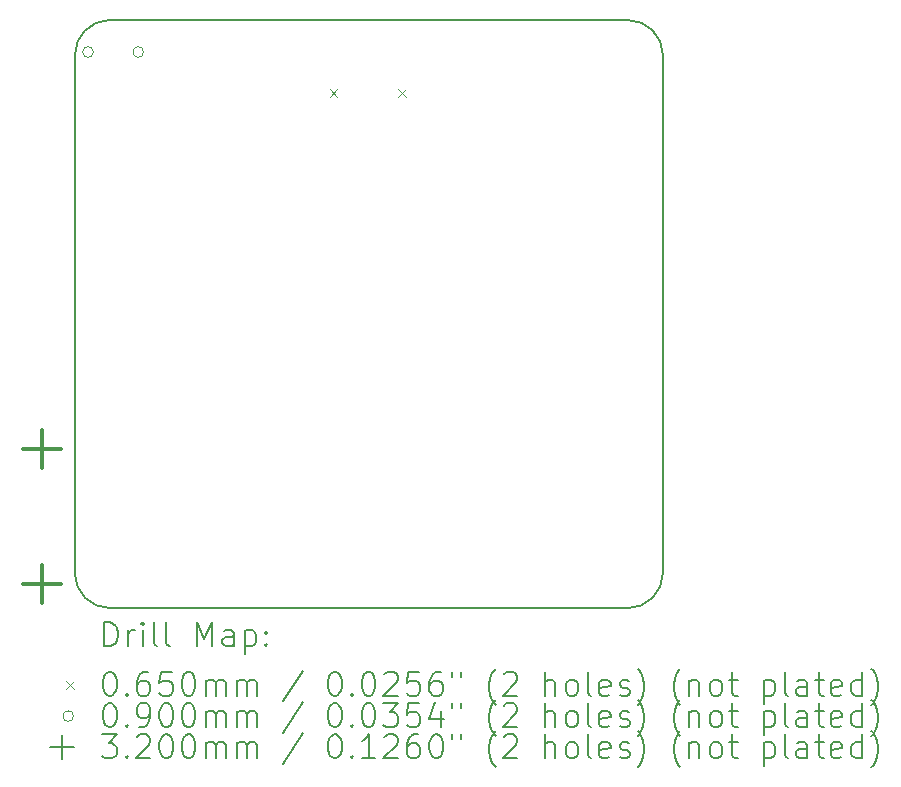
<source format=gbr>
%TF.GenerationSoftware,KiCad,Pcbnew,8.0.7*%
%TF.CreationDate,2025-01-11T17:49:51-05:00*%
%TF.ProjectId,STM32H750VBT6_Minimalistic_Design,53544d33-3248-4373-9530-564254365f4d,rev?*%
%TF.SameCoordinates,Original*%
%TF.FileFunction,Drillmap*%
%TF.FilePolarity,Positive*%
%FSLAX45Y45*%
G04 Gerber Fmt 4.5, Leading zero omitted, Abs format (unit mm)*
G04 Created by KiCad (PCBNEW 8.0.7) date 2025-01-11 17:49:51*
%MOMM*%
%LPD*%
G01*
G04 APERTURE LIST*
%ADD10C,0.200000*%
%ADD11C,0.100000*%
%ADD12C,0.320000*%
G04 APERTURE END LIST*
D10*
X12060000Y-12940000D02*
G75*
G02*
X11760000Y-12640000I0J300000D01*
G01*
X16740000Y-12640000D02*
G75*
G02*
X16440000Y-12940000I-300000J0D01*
G01*
X11760000Y-8260000D02*
G75*
G02*
X12060000Y-7960000I300000J0D01*
G01*
X16440000Y-7960000D02*
G75*
G02*
X16740000Y-8260000I0J-300000D01*
G01*
X11760000Y-12640000D02*
X11760000Y-8260000D01*
X16440000Y-12940000D02*
X12060000Y-12940000D01*
X16740000Y-8260000D02*
X16740000Y-12640000D01*
X12060000Y-7960000D02*
X16440000Y-7960000D01*
D11*
X13918500Y-8547500D02*
X13983500Y-8612500D01*
X13983500Y-8547500D02*
X13918500Y-8612500D01*
X14496500Y-8547500D02*
X14561500Y-8612500D01*
X14561500Y-8547500D02*
X14496500Y-8612500D01*
X11917500Y-8231500D02*
G75*
G02*
X11827500Y-8231500I-45000J0D01*
G01*
X11827500Y-8231500D02*
G75*
G02*
X11917500Y-8231500I45000J0D01*
G01*
X12342500Y-8231500D02*
G75*
G02*
X12252500Y-8231500I-45000J0D01*
G01*
X12252500Y-8231500D02*
G75*
G02*
X12342500Y-8231500I45000J0D01*
G01*
D12*
X11485000Y-11431000D02*
X11485000Y-11751000D01*
X11325000Y-11591000D02*
X11645000Y-11591000D01*
X11485000Y-12574000D02*
X11485000Y-12894000D01*
X11325000Y-12734000D02*
X11645000Y-12734000D01*
D10*
X12010777Y-13261484D02*
X12010777Y-13061484D01*
X12010777Y-13061484D02*
X12058396Y-13061484D01*
X12058396Y-13061484D02*
X12086967Y-13071008D01*
X12086967Y-13071008D02*
X12106015Y-13090055D01*
X12106015Y-13090055D02*
X12115539Y-13109103D01*
X12115539Y-13109103D02*
X12125062Y-13147198D01*
X12125062Y-13147198D02*
X12125062Y-13175769D01*
X12125062Y-13175769D02*
X12115539Y-13213865D01*
X12115539Y-13213865D02*
X12106015Y-13232912D01*
X12106015Y-13232912D02*
X12086967Y-13251960D01*
X12086967Y-13251960D02*
X12058396Y-13261484D01*
X12058396Y-13261484D02*
X12010777Y-13261484D01*
X12210777Y-13261484D02*
X12210777Y-13128150D01*
X12210777Y-13166246D02*
X12220301Y-13147198D01*
X12220301Y-13147198D02*
X12229824Y-13137674D01*
X12229824Y-13137674D02*
X12248872Y-13128150D01*
X12248872Y-13128150D02*
X12267920Y-13128150D01*
X12334586Y-13261484D02*
X12334586Y-13128150D01*
X12334586Y-13061484D02*
X12325062Y-13071008D01*
X12325062Y-13071008D02*
X12334586Y-13080531D01*
X12334586Y-13080531D02*
X12344110Y-13071008D01*
X12344110Y-13071008D02*
X12334586Y-13061484D01*
X12334586Y-13061484D02*
X12334586Y-13080531D01*
X12458396Y-13261484D02*
X12439348Y-13251960D01*
X12439348Y-13251960D02*
X12429824Y-13232912D01*
X12429824Y-13232912D02*
X12429824Y-13061484D01*
X12563158Y-13261484D02*
X12544110Y-13251960D01*
X12544110Y-13251960D02*
X12534586Y-13232912D01*
X12534586Y-13232912D02*
X12534586Y-13061484D01*
X12791729Y-13261484D02*
X12791729Y-13061484D01*
X12791729Y-13061484D02*
X12858396Y-13204341D01*
X12858396Y-13204341D02*
X12925062Y-13061484D01*
X12925062Y-13061484D02*
X12925062Y-13261484D01*
X13106015Y-13261484D02*
X13106015Y-13156722D01*
X13106015Y-13156722D02*
X13096491Y-13137674D01*
X13096491Y-13137674D02*
X13077443Y-13128150D01*
X13077443Y-13128150D02*
X13039348Y-13128150D01*
X13039348Y-13128150D02*
X13020301Y-13137674D01*
X13106015Y-13251960D02*
X13086967Y-13261484D01*
X13086967Y-13261484D02*
X13039348Y-13261484D01*
X13039348Y-13261484D02*
X13020301Y-13251960D01*
X13020301Y-13251960D02*
X13010777Y-13232912D01*
X13010777Y-13232912D02*
X13010777Y-13213865D01*
X13010777Y-13213865D02*
X13020301Y-13194817D01*
X13020301Y-13194817D02*
X13039348Y-13185293D01*
X13039348Y-13185293D02*
X13086967Y-13185293D01*
X13086967Y-13185293D02*
X13106015Y-13175769D01*
X13201253Y-13128150D02*
X13201253Y-13328150D01*
X13201253Y-13137674D02*
X13220301Y-13128150D01*
X13220301Y-13128150D02*
X13258396Y-13128150D01*
X13258396Y-13128150D02*
X13277443Y-13137674D01*
X13277443Y-13137674D02*
X13286967Y-13147198D01*
X13286967Y-13147198D02*
X13296491Y-13166246D01*
X13296491Y-13166246D02*
X13296491Y-13223388D01*
X13296491Y-13223388D02*
X13286967Y-13242436D01*
X13286967Y-13242436D02*
X13277443Y-13251960D01*
X13277443Y-13251960D02*
X13258396Y-13261484D01*
X13258396Y-13261484D02*
X13220301Y-13261484D01*
X13220301Y-13261484D02*
X13201253Y-13251960D01*
X13382205Y-13242436D02*
X13391729Y-13251960D01*
X13391729Y-13251960D02*
X13382205Y-13261484D01*
X13382205Y-13261484D02*
X13372682Y-13251960D01*
X13372682Y-13251960D02*
X13382205Y-13242436D01*
X13382205Y-13242436D02*
X13382205Y-13261484D01*
X13382205Y-13137674D02*
X13391729Y-13147198D01*
X13391729Y-13147198D02*
X13382205Y-13156722D01*
X13382205Y-13156722D02*
X13372682Y-13147198D01*
X13372682Y-13147198D02*
X13382205Y-13137674D01*
X13382205Y-13137674D02*
X13382205Y-13156722D01*
D11*
X11685000Y-13557500D02*
X11750000Y-13622500D01*
X11750000Y-13557500D02*
X11685000Y-13622500D01*
D10*
X12048872Y-13481484D02*
X12067920Y-13481484D01*
X12067920Y-13481484D02*
X12086967Y-13491008D01*
X12086967Y-13491008D02*
X12096491Y-13500531D01*
X12096491Y-13500531D02*
X12106015Y-13519579D01*
X12106015Y-13519579D02*
X12115539Y-13557674D01*
X12115539Y-13557674D02*
X12115539Y-13605293D01*
X12115539Y-13605293D02*
X12106015Y-13643388D01*
X12106015Y-13643388D02*
X12096491Y-13662436D01*
X12096491Y-13662436D02*
X12086967Y-13671960D01*
X12086967Y-13671960D02*
X12067920Y-13681484D01*
X12067920Y-13681484D02*
X12048872Y-13681484D01*
X12048872Y-13681484D02*
X12029824Y-13671960D01*
X12029824Y-13671960D02*
X12020301Y-13662436D01*
X12020301Y-13662436D02*
X12010777Y-13643388D01*
X12010777Y-13643388D02*
X12001253Y-13605293D01*
X12001253Y-13605293D02*
X12001253Y-13557674D01*
X12001253Y-13557674D02*
X12010777Y-13519579D01*
X12010777Y-13519579D02*
X12020301Y-13500531D01*
X12020301Y-13500531D02*
X12029824Y-13491008D01*
X12029824Y-13491008D02*
X12048872Y-13481484D01*
X12201253Y-13662436D02*
X12210777Y-13671960D01*
X12210777Y-13671960D02*
X12201253Y-13681484D01*
X12201253Y-13681484D02*
X12191729Y-13671960D01*
X12191729Y-13671960D02*
X12201253Y-13662436D01*
X12201253Y-13662436D02*
X12201253Y-13681484D01*
X12382205Y-13481484D02*
X12344110Y-13481484D01*
X12344110Y-13481484D02*
X12325062Y-13491008D01*
X12325062Y-13491008D02*
X12315539Y-13500531D01*
X12315539Y-13500531D02*
X12296491Y-13529103D01*
X12296491Y-13529103D02*
X12286967Y-13567198D01*
X12286967Y-13567198D02*
X12286967Y-13643388D01*
X12286967Y-13643388D02*
X12296491Y-13662436D01*
X12296491Y-13662436D02*
X12306015Y-13671960D01*
X12306015Y-13671960D02*
X12325062Y-13681484D01*
X12325062Y-13681484D02*
X12363158Y-13681484D01*
X12363158Y-13681484D02*
X12382205Y-13671960D01*
X12382205Y-13671960D02*
X12391729Y-13662436D01*
X12391729Y-13662436D02*
X12401253Y-13643388D01*
X12401253Y-13643388D02*
X12401253Y-13595769D01*
X12401253Y-13595769D02*
X12391729Y-13576722D01*
X12391729Y-13576722D02*
X12382205Y-13567198D01*
X12382205Y-13567198D02*
X12363158Y-13557674D01*
X12363158Y-13557674D02*
X12325062Y-13557674D01*
X12325062Y-13557674D02*
X12306015Y-13567198D01*
X12306015Y-13567198D02*
X12296491Y-13576722D01*
X12296491Y-13576722D02*
X12286967Y-13595769D01*
X12582205Y-13481484D02*
X12486967Y-13481484D01*
X12486967Y-13481484D02*
X12477443Y-13576722D01*
X12477443Y-13576722D02*
X12486967Y-13567198D01*
X12486967Y-13567198D02*
X12506015Y-13557674D01*
X12506015Y-13557674D02*
X12553634Y-13557674D01*
X12553634Y-13557674D02*
X12572682Y-13567198D01*
X12572682Y-13567198D02*
X12582205Y-13576722D01*
X12582205Y-13576722D02*
X12591729Y-13595769D01*
X12591729Y-13595769D02*
X12591729Y-13643388D01*
X12591729Y-13643388D02*
X12582205Y-13662436D01*
X12582205Y-13662436D02*
X12572682Y-13671960D01*
X12572682Y-13671960D02*
X12553634Y-13681484D01*
X12553634Y-13681484D02*
X12506015Y-13681484D01*
X12506015Y-13681484D02*
X12486967Y-13671960D01*
X12486967Y-13671960D02*
X12477443Y-13662436D01*
X12715539Y-13481484D02*
X12734586Y-13481484D01*
X12734586Y-13481484D02*
X12753634Y-13491008D01*
X12753634Y-13491008D02*
X12763158Y-13500531D01*
X12763158Y-13500531D02*
X12772682Y-13519579D01*
X12772682Y-13519579D02*
X12782205Y-13557674D01*
X12782205Y-13557674D02*
X12782205Y-13605293D01*
X12782205Y-13605293D02*
X12772682Y-13643388D01*
X12772682Y-13643388D02*
X12763158Y-13662436D01*
X12763158Y-13662436D02*
X12753634Y-13671960D01*
X12753634Y-13671960D02*
X12734586Y-13681484D01*
X12734586Y-13681484D02*
X12715539Y-13681484D01*
X12715539Y-13681484D02*
X12696491Y-13671960D01*
X12696491Y-13671960D02*
X12686967Y-13662436D01*
X12686967Y-13662436D02*
X12677443Y-13643388D01*
X12677443Y-13643388D02*
X12667920Y-13605293D01*
X12667920Y-13605293D02*
X12667920Y-13557674D01*
X12667920Y-13557674D02*
X12677443Y-13519579D01*
X12677443Y-13519579D02*
X12686967Y-13500531D01*
X12686967Y-13500531D02*
X12696491Y-13491008D01*
X12696491Y-13491008D02*
X12715539Y-13481484D01*
X12867920Y-13681484D02*
X12867920Y-13548150D01*
X12867920Y-13567198D02*
X12877443Y-13557674D01*
X12877443Y-13557674D02*
X12896491Y-13548150D01*
X12896491Y-13548150D02*
X12925063Y-13548150D01*
X12925063Y-13548150D02*
X12944110Y-13557674D01*
X12944110Y-13557674D02*
X12953634Y-13576722D01*
X12953634Y-13576722D02*
X12953634Y-13681484D01*
X12953634Y-13576722D02*
X12963158Y-13557674D01*
X12963158Y-13557674D02*
X12982205Y-13548150D01*
X12982205Y-13548150D02*
X13010777Y-13548150D01*
X13010777Y-13548150D02*
X13029824Y-13557674D01*
X13029824Y-13557674D02*
X13039348Y-13576722D01*
X13039348Y-13576722D02*
X13039348Y-13681484D01*
X13134586Y-13681484D02*
X13134586Y-13548150D01*
X13134586Y-13567198D02*
X13144110Y-13557674D01*
X13144110Y-13557674D02*
X13163158Y-13548150D01*
X13163158Y-13548150D02*
X13191729Y-13548150D01*
X13191729Y-13548150D02*
X13210777Y-13557674D01*
X13210777Y-13557674D02*
X13220301Y-13576722D01*
X13220301Y-13576722D02*
X13220301Y-13681484D01*
X13220301Y-13576722D02*
X13229824Y-13557674D01*
X13229824Y-13557674D02*
X13248872Y-13548150D01*
X13248872Y-13548150D02*
X13277443Y-13548150D01*
X13277443Y-13548150D02*
X13296491Y-13557674D01*
X13296491Y-13557674D02*
X13306015Y-13576722D01*
X13306015Y-13576722D02*
X13306015Y-13681484D01*
X13696491Y-13471960D02*
X13525063Y-13729103D01*
X13953634Y-13481484D02*
X13972682Y-13481484D01*
X13972682Y-13481484D02*
X13991729Y-13491008D01*
X13991729Y-13491008D02*
X14001253Y-13500531D01*
X14001253Y-13500531D02*
X14010777Y-13519579D01*
X14010777Y-13519579D02*
X14020301Y-13557674D01*
X14020301Y-13557674D02*
X14020301Y-13605293D01*
X14020301Y-13605293D02*
X14010777Y-13643388D01*
X14010777Y-13643388D02*
X14001253Y-13662436D01*
X14001253Y-13662436D02*
X13991729Y-13671960D01*
X13991729Y-13671960D02*
X13972682Y-13681484D01*
X13972682Y-13681484D02*
X13953634Y-13681484D01*
X13953634Y-13681484D02*
X13934586Y-13671960D01*
X13934586Y-13671960D02*
X13925063Y-13662436D01*
X13925063Y-13662436D02*
X13915539Y-13643388D01*
X13915539Y-13643388D02*
X13906015Y-13605293D01*
X13906015Y-13605293D02*
X13906015Y-13557674D01*
X13906015Y-13557674D02*
X13915539Y-13519579D01*
X13915539Y-13519579D02*
X13925063Y-13500531D01*
X13925063Y-13500531D02*
X13934586Y-13491008D01*
X13934586Y-13491008D02*
X13953634Y-13481484D01*
X14106015Y-13662436D02*
X14115539Y-13671960D01*
X14115539Y-13671960D02*
X14106015Y-13681484D01*
X14106015Y-13681484D02*
X14096491Y-13671960D01*
X14096491Y-13671960D02*
X14106015Y-13662436D01*
X14106015Y-13662436D02*
X14106015Y-13681484D01*
X14239348Y-13481484D02*
X14258396Y-13481484D01*
X14258396Y-13481484D02*
X14277444Y-13491008D01*
X14277444Y-13491008D02*
X14286967Y-13500531D01*
X14286967Y-13500531D02*
X14296491Y-13519579D01*
X14296491Y-13519579D02*
X14306015Y-13557674D01*
X14306015Y-13557674D02*
X14306015Y-13605293D01*
X14306015Y-13605293D02*
X14296491Y-13643388D01*
X14296491Y-13643388D02*
X14286967Y-13662436D01*
X14286967Y-13662436D02*
X14277444Y-13671960D01*
X14277444Y-13671960D02*
X14258396Y-13681484D01*
X14258396Y-13681484D02*
X14239348Y-13681484D01*
X14239348Y-13681484D02*
X14220301Y-13671960D01*
X14220301Y-13671960D02*
X14210777Y-13662436D01*
X14210777Y-13662436D02*
X14201253Y-13643388D01*
X14201253Y-13643388D02*
X14191729Y-13605293D01*
X14191729Y-13605293D02*
X14191729Y-13557674D01*
X14191729Y-13557674D02*
X14201253Y-13519579D01*
X14201253Y-13519579D02*
X14210777Y-13500531D01*
X14210777Y-13500531D02*
X14220301Y-13491008D01*
X14220301Y-13491008D02*
X14239348Y-13481484D01*
X14382206Y-13500531D02*
X14391729Y-13491008D01*
X14391729Y-13491008D02*
X14410777Y-13481484D01*
X14410777Y-13481484D02*
X14458396Y-13481484D01*
X14458396Y-13481484D02*
X14477444Y-13491008D01*
X14477444Y-13491008D02*
X14486967Y-13500531D01*
X14486967Y-13500531D02*
X14496491Y-13519579D01*
X14496491Y-13519579D02*
X14496491Y-13538627D01*
X14496491Y-13538627D02*
X14486967Y-13567198D01*
X14486967Y-13567198D02*
X14372682Y-13681484D01*
X14372682Y-13681484D02*
X14496491Y-13681484D01*
X14677444Y-13481484D02*
X14582206Y-13481484D01*
X14582206Y-13481484D02*
X14572682Y-13576722D01*
X14572682Y-13576722D02*
X14582206Y-13567198D01*
X14582206Y-13567198D02*
X14601253Y-13557674D01*
X14601253Y-13557674D02*
X14648872Y-13557674D01*
X14648872Y-13557674D02*
X14667920Y-13567198D01*
X14667920Y-13567198D02*
X14677444Y-13576722D01*
X14677444Y-13576722D02*
X14686967Y-13595769D01*
X14686967Y-13595769D02*
X14686967Y-13643388D01*
X14686967Y-13643388D02*
X14677444Y-13662436D01*
X14677444Y-13662436D02*
X14667920Y-13671960D01*
X14667920Y-13671960D02*
X14648872Y-13681484D01*
X14648872Y-13681484D02*
X14601253Y-13681484D01*
X14601253Y-13681484D02*
X14582206Y-13671960D01*
X14582206Y-13671960D02*
X14572682Y-13662436D01*
X14858396Y-13481484D02*
X14820301Y-13481484D01*
X14820301Y-13481484D02*
X14801253Y-13491008D01*
X14801253Y-13491008D02*
X14791729Y-13500531D01*
X14791729Y-13500531D02*
X14772682Y-13529103D01*
X14772682Y-13529103D02*
X14763158Y-13567198D01*
X14763158Y-13567198D02*
X14763158Y-13643388D01*
X14763158Y-13643388D02*
X14772682Y-13662436D01*
X14772682Y-13662436D02*
X14782206Y-13671960D01*
X14782206Y-13671960D02*
X14801253Y-13681484D01*
X14801253Y-13681484D02*
X14839348Y-13681484D01*
X14839348Y-13681484D02*
X14858396Y-13671960D01*
X14858396Y-13671960D02*
X14867920Y-13662436D01*
X14867920Y-13662436D02*
X14877444Y-13643388D01*
X14877444Y-13643388D02*
X14877444Y-13595769D01*
X14877444Y-13595769D02*
X14867920Y-13576722D01*
X14867920Y-13576722D02*
X14858396Y-13567198D01*
X14858396Y-13567198D02*
X14839348Y-13557674D01*
X14839348Y-13557674D02*
X14801253Y-13557674D01*
X14801253Y-13557674D02*
X14782206Y-13567198D01*
X14782206Y-13567198D02*
X14772682Y-13576722D01*
X14772682Y-13576722D02*
X14763158Y-13595769D01*
X14953634Y-13481484D02*
X14953634Y-13519579D01*
X15029825Y-13481484D02*
X15029825Y-13519579D01*
X15325063Y-13757674D02*
X15315539Y-13748150D01*
X15315539Y-13748150D02*
X15296491Y-13719579D01*
X15296491Y-13719579D02*
X15286968Y-13700531D01*
X15286968Y-13700531D02*
X15277444Y-13671960D01*
X15277444Y-13671960D02*
X15267920Y-13624341D01*
X15267920Y-13624341D02*
X15267920Y-13586246D01*
X15267920Y-13586246D02*
X15277444Y-13538627D01*
X15277444Y-13538627D02*
X15286968Y-13510055D01*
X15286968Y-13510055D02*
X15296491Y-13491008D01*
X15296491Y-13491008D02*
X15315539Y-13462436D01*
X15315539Y-13462436D02*
X15325063Y-13452912D01*
X15391729Y-13500531D02*
X15401253Y-13491008D01*
X15401253Y-13491008D02*
X15420301Y-13481484D01*
X15420301Y-13481484D02*
X15467920Y-13481484D01*
X15467920Y-13481484D02*
X15486968Y-13491008D01*
X15486968Y-13491008D02*
X15496491Y-13500531D01*
X15496491Y-13500531D02*
X15506015Y-13519579D01*
X15506015Y-13519579D02*
X15506015Y-13538627D01*
X15506015Y-13538627D02*
X15496491Y-13567198D01*
X15496491Y-13567198D02*
X15382206Y-13681484D01*
X15382206Y-13681484D02*
X15506015Y-13681484D01*
X15744110Y-13681484D02*
X15744110Y-13481484D01*
X15829825Y-13681484D02*
X15829825Y-13576722D01*
X15829825Y-13576722D02*
X15820301Y-13557674D01*
X15820301Y-13557674D02*
X15801253Y-13548150D01*
X15801253Y-13548150D02*
X15772682Y-13548150D01*
X15772682Y-13548150D02*
X15753634Y-13557674D01*
X15753634Y-13557674D02*
X15744110Y-13567198D01*
X15953634Y-13681484D02*
X15934587Y-13671960D01*
X15934587Y-13671960D02*
X15925063Y-13662436D01*
X15925063Y-13662436D02*
X15915539Y-13643388D01*
X15915539Y-13643388D02*
X15915539Y-13586246D01*
X15915539Y-13586246D02*
X15925063Y-13567198D01*
X15925063Y-13567198D02*
X15934587Y-13557674D01*
X15934587Y-13557674D02*
X15953634Y-13548150D01*
X15953634Y-13548150D02*
X15982206Y-13548150D01*
X15982206Y-13548150D02*
X16001253Y-13557674D01*
X16001253Y-13557674D02*
X16010777Y-13567198D01*
X16010777Y-13567198D02*
X16020301Y-13586246D01*
X16020301Y-13586246D02*
X16020301Y-13643388D01*
X16020301Y-13643388D02*
X16010777Y-13662436D01*
X16010777Y-13662436D02*
X16001253Y-13671960D01*
X16001253Y-13671960D02*
X15982206Y-13681484D01*
X15982206Y-13681484D02*
X15953634Y-13681484D01*
X16134587Y-13681484D02*
X16115539Y-13671960D01*
X16115539Y-13671960D02*
X16106015Y-13652912D01*
X16106015Y-13652912D02*
X16106015Y-13481484D01*
X16286968Y-13671960D02*
X16267920Y-13681484D01*
X16267920Y-13681484D02*
X16229825Y-13681484D01*
X16229825Y-13681484D02*
X16210777Y-13671960D01*
X16210777Y-13671960D02*
X16201253Y-13652912D01*
X16201253Y-13652912D02*
X16201253Y-13576722D01*
X16201253Y-13576722D02*
X16210777Y-13557674D01*
X16210777Y-13557674D02*
X16229825Y-13548150D01*
X16229825Y-13548150D02*
X16267920Y-13548150D01*
X16267920Y-13548150D02*
X16286968Y-13557674D01*
X16286968Y-13557674D02*
X16296491Y-13576722D01*
X16296491Y-13576722D02*
X16296491Y-13595769D01*
X16296491Y-13595769D02*
X16201253Y-13614817D01*
X16372682Y-13671960D02*
X16391730Y-13681484D01*
X16391730Y-13681484D02*
X16429825Y-13681484D01*
X16429825Y-13681484D02*
X16448872Y-13671960D01*
X16448872Y-13671960D02*
X16458396Y-13652912D01*
X16458396Y-13652912D02*
X16458396Y-13643388D01*
X16458396Y-13643388D02*
X16448872Y-13624341D01*
X16448872Y-13624341D02*
X16429825Y-13614817D01*
X16429825Y-13614817D02*
X16401253Y-13614817D01*
X16401253Y-13614817D02*
X16382206Y-13605293D01*
X16382206Y-13605293D02*
X16372682Y-13586246D01*
X16372682Y-13586246D02*
X16372682Y-13576722D01*
X16372682Y-13576722D02*
X16382206Y-13557674D01*
X16382206Y-13557674D02*
X16401253Y-13548150D01*
X16401253Y-13548150D02*
X16429825Y-13548150D01*
X16429825Y-13548150D02*
X16448872Y-13557674D01*
X16525063Y-13757674D02*
X16534587Y-13748150D01*
X16534587Y-13748150D02*
X16553634Y-13719579D01*
X16553634Y-13719579D02*
X16563158Y-13700531D01*
X16563158Y-13700531D02*
X16572682Y-13671960D01*
X16572682Y-13671960D02*
X16582206Y-13624341D01*
X16582206Y-13624341D02*
X16582206Y-13586246D01*
X16582206Y-13586246D02*
X16572682Y-13538627D01*
X16572682Y-13538627D02*
X16563158Y-13510055D01*
X16563158Y-13510055D02*
X16553634Y-13491008D01*
X16553634Y-13491008D02*
X16534587Y-13462436D01*
X16534587Y-13462436D02*
X16525063Y-13452912D01*
X16886968Y-13757674D02*
X16877444Y-13748150D01*
X16877444Y-13748150D02*
X16858396Y-13719579D01*
X16858396Y-13719579D02*
X16848873Y-13700531D01*
X16848873Y-13700531D02*
X16839349Y-13671960D01*
X16839349Y-13671960D02*
X16829825Y-13624341D01*
X16829825Y-13624341D02*
X16829825Y-13586246D01*
X16829825Y-13586246D02*
X16839349Y-13538627D01*
X16839349Y-13538627D02*
X16848873Y-13510055D01*
X16848873Y-13510055D02*
X16858396Y-13491008D01*
X16858396Y-13491008D02*
X16877444Y-13462436D01*
X16877444Y-13462436D02*
X16886968Y-13452912D01*
X16963158Y-13548150D02*
X16963158Y-13681484D01*
X16963158Y-13567198D02*
X16972682Y-13557674D01*
X16972682Y-13557674D02*
X16991730Y-13548150D01*
X16991730Y-13548150D02*
X17020301Y-13548150D01*
X17020301Y-13548150D02*
X17039349Y-13557674D01*
X17039349Y-13557674D02*
X17048873Y-13576722D01*
X17048873Y-13576722D02*
X17048873Y-13681484D01*
X17172682Y-13681484D02*
X17153634Y-13671960D01*
X17153634Y-13671960D02*
X17144111Y-13662436D01*
X17144111Y-13662436D02*
X17134587Y-13643388D01*
X17134587Y-13643388D02*
X17134587Y-13586246D01*
X17134587Y-13586246D02*
X17144111Y-13567198D01*
X17144111Y-13567198D02*
X17153634Y-13557674D01*
X17153634Y-13557674D02*
X17172682Y-13548150D01*
X17172682Y-13548150D02*
X17201254Y-13548150D01*
X17201254Y-13548150D02*
X17220301Y-13557674D01*
X17220301Y-13557674D02*
X17229825Y-13567198D01*
X17229825Y-13567198D02*
X17239349Y-13586246D01*
X17239349Y-13586246D02*
X17239349Y-13643388D01*
X17239349Y-13643388D02*
X17229825Y-13662436D01*
X17229825Y-13662436D02*
X17220301Y-13671960D01*
X17220301Y-13671960D02*
X17201254Y-13681484D01*
X17201254Y-13681484D02*
X17172682Y-13681484D01*
X17296492Y-13548150D02*
X17372682Y-13548150D01*
X17325063Y-13481484D02*
X17325063Y-13652912D01*
X17325063Y-13652912D02*
X17334587Y-13671960D01*
X17334587Y-13671960D02*
X17353634Y-13681484D01*
X17353634Y-13681484D02*
X17372682Y-13681484D01*
X17591730Y-13548150D02*
X17591730Y-13748150D01*
X17591730Y-13557674D02*
X17610777Y-13548150D01*
X17610777Y-13548150D02*
X17648873Y-13548150D01*
X17648873Y-13548150D02*
X17667920Y-13557674D01*
X17667920Y-13557674D02*
X17677444Y-13567198D01*
X17677444Y-13567198D02*
X17686968Y-13586246D01*
X17686968Y-13586246D02*
X17686968Y-13643388D01*
X17686968Y-13643388D02*
X17677444Y-13662436D01*
X17677444Y-13662436D02*
X17667920Y-13671960D01*
X17667920Y-13671960D02*
X17648873Y-13681484D01*
X17648873Y-13681484D02*
X17610777Y-13681484D01*
X17610777Y-13681484D02*
X17591730Y-13671960D01*
X17801254Y-13681484D02*
X17782206Y-13671960D01*
X17782206Y-13671960D02*
X17772682Y-13652912D01*
X17772682Y-13652912D02*
X17772682Y-13481484D01*
X17963158Y-13681484D02*
X17963158Y-13576722D01*
X17963158Y-13576722D02*
X17953635Y-13557674D01*
X17953635Y-13557674D02*
X17934587Y-13548150D01*
X17934587Y-13548150D02*
X17896492Y-13548150D01*
X17896492Y-13548150D02*
X17877444Y-13557674D01*
X17963158Y-13671960D02*
X17944111Y-13681484D01*
X17944111Y-13681484D02*
X17896492Y-13681484D01*
X17896492Y-13681484D02*
X17877444Y-13671960D01*
X17877444Y-13671960D02*
X17867920Y-13652912D01*
X17867920Y-13652912D02*
X17867920Y-13633865D01*
X17867920Y-13633865D02*
X17877444Y-13614817D01*
X17877444Y-13614817D02*
X17896492Y-13605293D01*
X17896492Y-13605293D02*
X17944111Y-13605293D01*
X17944111Y-13605293D02*
X17963158Y-13595769D01*
X18029825Y-13548150D02*
X18106015Y-13548150D01*
X18058396Y-13481484D02*
X18058396Y-13652912D01*
X18058396Y-13652912D02*
X18067920Y-13671960D01*
X18067920Y-13671960D02*
X18086968Y-13681484D01*
X18086968Y-13681484D02*
X18106015Y-13681484D01*
X18248873Y-13671960D02*
X18229825Y-13681484D01*
X18229825Y-13681484D02*
X18191730Y-13681484D01*
X18191730Y-13681484D02*
X18172682Y-13671960D01*
X18172682Y-13671960D02*
X18163158Y-13652912D01*
X18163158Y-13652912D02*
X18163158Y-13576722D01*
X18163158Y-13576722D02*
X18172682Y-13557674D01*
X18172682Y-13557674D02*
X18191730Y-13548150D01*
X18191730Y-13548150D02*
X18229825Y-13548150D01*
X18229825Y-13548150D02*
X18248873Y-13557674D01*
X18248873Y-13557674D02*
X18258396Y-13576722D01*
X18258396Y-13576722D02*
X18258396Y-13595769D01*
X18258396Y-13595769D02*
X18163158Y-13614817D01*
X18429825Y-13681484D02*
X18429825Y-13481484D01*
X18429825Y-13671960D02*
X18410777Y-13681484D01*
X18410777Y-13681484D02*
X18372682Y-13681484D01*
X18372682Y-13681484D02*
X18353635Y-13671960D01*
X18353635Y-13671960D02*
X18344111Y-13662436D01*
X18344111Y-13662436D02*
X18334587Y-13643388D01*
X18334587Y-13643388D02*
X18334587Y-13586246D01*
X18334587Y-13586246D02*
X18344111Y-13567198D01*
X18344111Y-13567198D02*
X18353635Y-13557674D01*
X18353635Y-13557674D02*
X18372682Y-13548150D01*
X18372682Y-13548150D02*
X18410777Y-13548150D01*
X18410777Y-13548150D02*
X18429825Y-13557674D01*
X18506016Y-13757674D02*
X18515539Y-13748150D01*
X18515539Y-13748150D02*
X18534587Y-13719579D01*
X18534587Y-13719579D02*
X18544111Y-13700531D01*
X18544111Y-13700531D02*
X18553635Y-13671960D01*
X18553635Y-13671960D02*
X18563158Y-13624341D01*
X18563158Y-13624341D02*
X18563158Y-13586246D01*
X18563158Y-13586246D02*
X18553635Y-13538627D01*
X18553635Y-13538627D02*
X18544111Y-13510055D01*
X18544111Y-13510055D02*
X18534587Y-13491008D01*
X18534587Y-13491008D02*
X18515539Y-13462436D01*
X18515539Y-13462436D02*
X18506016Y-13452912D01*
D11*
X11750000Y-13854000D02*
G75*
G02*
X11660000Y-13854000I-45000J0D01*
G01*
X11660000Y-13854000D02*
G75*
G02*
X11750000Y-13854000I45000J0D01*
G01*
D10*
X12048872Y-13745484D02*
X12067920Y-13745484D01*
X12067920Y-13745484D02*
X12086967Y-13755008D01*
X12086967Y-13755008D02*
X12096491Y-13764531D01*
X12096491Y-13764531D02*
X12106015Y-13783579D01*
X12106015Y-13783579D02*
X12115539Y-13821674D01*
X12115539Y-13821674D02*
X12115539Y-13869293D01*
X12115539Y-13869293D02*
X12106015Y-13907388D01*
X12106015Y-13907388D02*
X12096491Y-13926436D01*
X12096491Y-13926436D02*
X12086967Y-13935960D01*
X12086967Y-13935960D02*
X12067920Y-13945484D01*
X12067920Y-13945484D02*
X12048872Y-13945484D01*
X12048872Y-13945484D02*
X12029824Y-13935960D01*
X12029824Y-13935960D02*
X12020301Y-13926436D01*
X12020301Y-13926436D02*
X12010777Y-13907388D01*
X12010777Y-13907388D02*
X12001253Y-13869293D01*
X12001253Y-13869293D02*
X12001253Y-13821674D01*
X12001253Y-13821674D02*
X12010777Y-13783579D01*
X12010777Y-13783579D02*
X12020301Y-13764531D01*
X12020301Y-13764531D02*
X12029824Y-13755008D01*
X12029824Y-13755008D02*
X12048872Y-13745484D01*
X12201253Y-13926436D02*
X12210777Y-13935960D01*
X12210777Y-13935960D02*
X12201253Y-13945484D01*
X12201253Y-13945484D02*
X12191729Y-13935960D01*
X12191729Y-13935960D02*
X12201253Y-13926436D01*
X12201253Y-13926436D02*
X12201253Y-13945484D01*
X12306015Y-13945484D02*
X12344110Y-13945484D01*
X12344110Y-13945484D02*
X12363158Y-13935960D01*
X12363158Y-13935960D02*
X12372682Y-13926436D01*
X12372682Y-13926436D02*
X12391729Y-13897865D01*
X12391729Y-13897865D02*
X12401253Y-13859769D01*
X12401253Y-13859769D02*
X12401253Y-13783579D01*
X12401253Y-13783579D02*
X12391729Y-13764531D01*
X12391729Y-13764531D02*
X12382205Y-13755008D01*
X12382205Y-13755008D02*
X12363158Y-13745484D01*
X12363158Y-13745484D02*
X12325062Y-13745484D01*
X12325062Y-13745484D02*
X12306015Y-13755008D01*
X12306015Y-13755008D02*
X12296491Y-13764531D01*
X12296491Y-13764531D02*
X12286967Y-13783579D01*
X12286967Y-13783579D02*
X12286967Y-13831198D01*
X12286967Y-13831198D02*
X12296491Y-13850246D01*
X12296491Y-13850246D02*
X12306015Y-13859769D01*
X12306015Y-13859769D02*
X12325062Y-13869293D01*
X12325062Y-13869293D02*
X12363158Y-13869293D01*
X12363158Y-13869293D02*
X12382205Y-13859769D01*
X12382205Y-13859769D02*
X12391729Y-13850246D01*
X12391729Y-13850246D02*
X12401253Y-13831198D01*
X12525062Y-13745484D02*
X12544110Y-13745484D01*
X12544110Y-13745484D02*
X12563158Y-13755008D01*
X12563158Y-13755008D02*
X12572682Y-13764531D01*
X12572682Y-13764531D02*
X12582205Y-13783579D01*
X12582205Y-13783579D02*
X12591729Y-13821674D01*
X12591729Y-13821674D02*
X12591729Y-13869293D01*
X12591729Y-13869293D02*
X12582205Y-13907388D01*
X12582205Y-13907388D02*
X12572682Y-13926436D01*
X12572682Y-13926436D02*
X12563158Y-13935960D01*
X12563158Y-13935960D02*
X12544110Y-13945484D01*
X12544110Y-13945484D02*
X12525062Y-13945484D01*
X12525062Y-13945484D02*
X12506015Y-13935960D01*
X12506015Y-13935960D02*
X12496491Y-13926436D01*
X12496491Y-13926436D02*
X12486967Y-13907388D01*
X12486967Y-13907388D02*
X12477443Y-13869293D01*
X12477443Y-13869293D02*
X12477443Y-13821674D01*
X12477443Y-13821674D02*
X12486967Y-13783579D01*
X12486967Y-13783579D02*
X12496491Y-13764531D01*
X12496491Y-13764531D02*
X12506015Y-13755008D01*
X12506015Y-13755008D02*
X12525062Y-13745484D01*
X12715539Y-13745484D02*
X12734586Y-13745484D01*
X12734586Y-13745484D02*
X12753634Y-13755008D01*
X12753634Y-13755008D02*
X12763158Y-13764531D01*
X12763158Y-13764531D02*
X12772682Y-13783579D01*
X12772682Y-13783579D02*
X12782205Y-13821674D01*
X12782205Y-13821674D02*
X12782205Y-13869293D01*
X12782205Y-13869293D02*
X12772682Y-13907388D01*
X12772682Y-13907388D02*
X12763158Y-13926436D01*
X12763158Y-13926436D02*
X12753634Y-13935960D01*
X12753634Y-13935960D02*
X12734586Y-13945484D01*
X12734586Y-13945484D02*
X12715539Y-13945484D01*
X12715539Y-13945484D02*
X12696491Y-13935960D01*
X12696491Y-13935960D02*
X12686967Y-13926436D01*
X12686967Y-13926436D02*
X12677443Y-13907388D01*
X12677443Y-13907388D02*
X12667920Y-13869293D01*
X12667920Y-13869293D02*
X12667920Y-13821674D01*
X12667920Y-13821674D02*
X12677443Y-13783579D01*
X12677443Y-13783579D02*
X12686967Y-13764531D01*
X12686967Y-13764531D02*
X12696491Y-13755008D01*
X12696491Y-13755008D02*
X12715539Y-13745484D01*
X12867920Y-13945484D02*
X12867920Y-13812150D01*
X12867920Y-13831198D02*
X12877443Y-13821674D01*
X12877443Y-13821674D02*
X12896491Y-13812150D01*
X12896491Y-13812150D02*
X12925063Y-13812150D01*
X12925063Y-13812150D02*
X12944110Y-13821674D01*
X12944110Y-13821674D02*
X12953634Y-13840722D01*
X12953634Y-13840722D02*
X12953634Y-13945484D01*
X12953634Y-13840722D02*
X12963158Y-13821674D01*
X12963158Y-13821674D02*
X12982205Y-13812150D01*
X12982205Y-13812150D02*
X13010777Y-13812150D01*
X13010777Y-13812150D02*
X13029824Y-13821674D01*
X13029824Y-13821674D02*
X13039348Y-13840722D01*
X13039348Y-13840722D02*
X13039348Y-13945484D01*
X13134586Y-13945484D02*
X13134586Y-13812150D01*
X13134586Y-13831198D02*
X13144110Y-13821674D01*
X13144110Y-13821674D02*
X13163158Y-13812150D01*
X13163158Y-13812150D02*
X13191729Y-13812150D01*
X13191729Y-13812150D02*
X13210777Y-13821674D01*
X13210777Y-13821674D02*
X13220301Y-13840722D01*
X13220301Y-13840722D02*
X13220301Y-13945484D01*
X13220301Y-13840722D02*
X13229824Y-13821674D01*
X13229824Y-13821674D02*
X13248872Y-13812150D01*
X13248872Y-13812150D02*
X13277443Y-13812150D01*
X13277443Y-13812150D02*
X13296491Y-13821674D01*
X13296491Y-13821674D02*
X13306015Y-13840722D01*
X13306015Y-13840722D02*
X13306015Y-13945484D01*
X13696491Y-13735960D02*
X13525063Y-13993103D01*
X13953634Y-13745484D02*
X13972682Y-13745484D01*
X13972682Y-13745484D02*
X13991729Y-13755008D01*
X13991729Y-13755008D02*
X14001253Y-13764531D01*
X14001253Y-13764531D02*
X14010777Y-13783579D01*
X14010777Y-13783579D02*
X14020301Y-13821674D01*
X14020301Y-13821674D02*
X14020301Y-13869293D01*
X14020301Y-13869293D02*
X14010777Y-13907388D01*
X14010777Y-13907388D02*
X14001253Y-13926436D01*
X14001253Y-13926436D02*
X13991729Y-13935960D01*
X13991729Y-13935960D02*
X13972682Y-13945484D01*
X13972682Y-13945484D02*
X13953634Y-13945484D01*
X13953634Y-13945484D02*
X13934586Y-13935960D01*
X13934586Y-13935960D02*
X13925063Y-13926436D01*
X13925063Y-13926436D02*
X13915539Y-13907388D01*
X13915539Y-13907388D02*
X13906015Y-13869293D01*
X13906015Y-13869293D02*
X13906015Y-13821674D01*
X13906015Y-13821674D02*
X13915539Y-13783579D01*
X13915539Y-13783579D02*
X13925063Y-13764531D01*
X13925063Y-13764531D02*
X13934586Y-13755008D01*
X13934586Y-13755008D02*
X13953634Y-13745484D01*
X14106015Y-13926436D02*
X14115539Y-13935960D01*
X14115539Y-13935960D02*
X14106015Y-13945484D01*
X14106015Y-13945484D02*
X14096491Y-13935960D01*
X14096491Y-13935960D02*
X14106015Y-13926436D01*
X14106015Y-13926436D02*
X14106015Y-13945484D01*
X14239348Y-13745484D02*
X14258396Y-13745484D01*
X14258396Y-13745484D02*
X14277444Y-13755008D01*
X14277444Y-13755008D02*
X14286967Y-13764531D01*
X14286967Y-13764531D02*
X14296491Y-13783579D01*
X14296491Y-13783579D02*
X14306015Y-13821674D01*
X14306015Y-13821674D02*
X14306015Y-13869293D01*
X14306015Y-13869293D02*
X14296491Y-13907388D01*
X14296491Y-13907388D02*
X14286967Y-13926436D01*
X14286967Y-13926436D02*
X14277444Y-13935960D01*
X14277444Y-13935960D02*
X14258396Y-13945484D01*
X14258396Y-13945484D02*
X14239348Y-13945484D01*
X14239348Y-13945484D02*
X14220301Y-13935960D01*
X14220301Y-13935960D02*
X14210777Y-13926436D01*
X14210777Y-13926436D02*
X14201253Y-13907388D01*
X14201253Y-13907388D02*
X14191729Y-13869293D01*
X14191729Y-13869293D02*
X14191729Y-13821674D01*
X14191729Y-13821674D02*
X14201253Y-13783579D01*
X14201253Y-13783579D02*
X14210777Y-13764531D01*
X14210777Y-13764531D02*
X14220301Y-13755008D01*
X14220301Y-13755008D02*
X14239348Y-13745484D01*
X14372682Y-13745484D02*
X14496491Y-13745484D01*
X14496491Y-13745484D02*
X14429825Y-13821674D01*
X14429825Y-13821674D02*
X14458396Y-13821674D01*
X14458396Y-13821674D02*
X14477444Y-13831198D01*
X14477444Y-13831198D02*
X14486967Y-13840722D01*
X14486967Y-13840722D02*
X14496491Y-13859769D01*
X14496491Y-13859769D02*
X14496491Y-13907388D01*
X14496491Y-13907388D02*
X14486967Y-13926436D01*
X14486967Y-13926436D02*
X14477444Y-13935960D01*
X14477444Y-13935960D02*
X14458396Y-13945484D01*
X14458396Y-13945484D02*
X14401253Y-13945484D01*
X14401253Y-13945484D02*
X14382206Y-13935960D01*
X14382206Y-13935960D02*
X14372682Y-13926436D01*
X14677444Y-13745484D02*
X14582206Y-13745484D01*
X14582206Y-13745484D02*
X14572682Y-13840722D01*
X14572682Y-13840722D02*
X14582206Y-13831198D01*
X14582206Y-13831198D02*
X14601253Y-13821674D01*
X14601253Y-13821674D02*
X14648872Y-13821674D01*
X14648872Y-13821674D02*
X14667920Y-13831198D01*
X14667920Y-13831198D02*
X14677444Y-13840722D01*
X14677444Y-13840722D02*
X14686967Y-13859769D01*
X14686967Y-13859769D02*
X14686967Y-13907388D01*
X14686967Y-13907388D02*
X14677444Y-13926436D01*
X14677444Y-13926436D02*
X14667920Y-13935960D01*
X14667920Y-13935960D02*
X14648872Y-13945484D01*
X14648872Y-13945484D02*
X14601253Y-13945484D01*
X14601253Y-13945484D02*
X14582206Y-13935960D01*
X14582206Y-13935960D02*
X14572682Y-13926436D01*
X14858396Y-13812150D02*
X14858396Y-13945484D01*
X14810777Y-13735960D02*
X14763158Y-13878817D01*
X14763158Y-13878817D02*
X14886967Y-13878817D01*
X14953634Y-13745484D02*
X14953634Y-13783579D01*
X15029825Y-13745484D02*
X15029825Y-13783579D01*
X15325063Y-14021674D02*
X15315539Y-14012150D01*
X15315539Y-14012150D02*
X15296491Y-13983579D01*
X15296491Y-13983579D02*
X15286968Y-13964531D01*
X15286968Y-13964531D02*
X15277444Y-13935960D01*
X15277444Y-13935960D02*
X15267920Y-13888341D01*
X15267920Y-13888341D02*
X15267920Y-13850246D01*
X15267920Y-13850246D02*
X15277444Y-13802627D01*
X15277444Y-13802627D02*
X15286968Y-13774055D01*
X15286968Y-13774055D02*
X15296491Y-13755008D01*
X15296491Y-13755008D02*
X15315539Y-13726436D01*
X15315539Y-13726436D02*
X15325063Y-13716912D01*
X15391729Y-13764531D02*
X15401253Y-13755008D01*
X15401253Y-13755008D02*
X15420301Y-13745484D01*
X15420301Y-13745484D02*
X15467920Y-13745484D01*
X15467920Y-13745484D02*
X15486968Y-13755008D01*
X15486968Y-13755008D02*
X15496491Y-13764531D01*
X15496491Y-13764531D02*
X15506015Y-13783579D01*
X15506015Y-13783579D02*
X15506015Y-13802627D01*
X15506015Y-13802627D02*
X15496491Y-13831198D01*
X15496491Y-13831198D02*
X15382206Y-13945484D01*
X15382206Y-13945484D02*
X15506015Y-13945484D01*
X15744110Y-13945484D02*
X15744110Y-13745484D01*
X15829825Y-13945484D02*
X15829825Y-13840722D01*
X15829825Y-13840722D02*
X15820301Y-13821674D01*
X15820301Y-13821674D02*
X15801253Y-13812150D01*
X15801253Y-13812150D02*
X15772682Y-13812150D01*
X15772682Y-13812150D02*
X15753634Y-13821674D01*
X15753634Y-13821674D02*
X15744110Y-13831198D01*
X15953634Y-13945484D02*
X15934587Y-13935960D01*
X15934587Y-13935960D02*
X15925063Y-13926436D01*
X15925063Y-13926436D02*
X15915539Y-13907388D01*
X15915539Y-13907388D02*
X15915539Y-13850246D01*
X15915539Y-13850246D02*
X15925063Y-13831198D01*
X15925063Y-13831198D02*
X15934587Y-13821674D01*
X15934587Y-13821674D02*
X15953634Y-13812150D01*
X15953634Y-13812150D02*
X15982206Y-13812150D01*
X15982206Y-13812150D02*
X16001253Y-13821674D01*
X16001253Y-13821674D02*
X16010777Y-13831198D01*
X16010777Y-13831198D02*
X16020301Y-13850246D01*
X16020301Y-13850246D02*
X16020301Y-13907388D01*
X16020301Y-13907388D02*
X16010777Y-13926436D01*
X16010777Y-13926436D02*
X16001253Y-13935960D01*
X16001253Y-13935960D02*
X15982206Y-13945484D01*
X15982206Y-13945484D02*
X15953634Y-13945484D01*
X16134587Y-13945484D02*
X16115539Y-13935960D01*
X16115539Y-13935960D02*
X16106015Y-13916912D01*
X16106015Y-13916912D02*
X16106015Y-13745484D01*
X16286968Y-13935960D02*
X16267920Y-13945484D01*
X16267920Y-13945484D02*
X16229825Y-13945484D01*
X16229825Y-13945484D02*
X16210777Y-13935960D01*
X16210777Y-13935960D02*
X16201253Y-13916912D01*
X16201253Y-13916912D02*
X16201253Y-13840722D01*
X16201253Y-13840722D02*
X16210777Y-13821674D01*
X16210777Y-13821674D02*
X16229825Y-13812150D01*
X16229825Y-13812150D02*
X16267920Y-13812150D01*
X16267920Y-13812150D02*
X16286968Y-13821674D01*
X16286968Y-13821674D02*
X16296491Y-13840722D01*
X16296491Y-13840722D02*
X16296491Y-13859769D01*
X16296491Y-13859769D02*
X16201253Y-13878817D01*
X16372682Y-13935960D02*
X16391730Y-13945484D01*
X16391730Y-13945484D02*
X16429825Y-13945484D01*
X16429825Y-13945484D02*
X16448872Y-13935960D01*
X16448872Y-13935960D02*
X16458396Y-13916912D01*
X16458396Y-13916912D02*
X16458396Y-13907388D01*
X16458396Y-13907388D02*
X16448872Y-13888341D01*
X16448872Y-13888341D02*
X16429825Y-13878817D01*
X16429825Y-13878817D02*
X16401253Y-13878817D01*
X16401253Y-13878817D02*
X16382206Y-13869293D01*
X16382206Y-13869293D02*
X16372682Y-13850246D01*
X16372682Y-13850246D02*
X16372682Y-13840722D01*
X16372682Y-13840722D02*
X16382206Y-13821674D01*
X16382206Y-13821674D02*
X16401253Y-13812150D01*
X16401253Y-13812150D02*
X16429825Y-13812150D01*
X16429825Y-13812150D02*
X16448872Y-13821674D01*
X16525063Y-14021674D02*
X16534587Y-14012150D01*
X16534587Y-14012150D02*
X16553634Y-13983579D01*
X16553634Y-13983579D02*
X16563158Y-13964531D01*
X16563158Y-13964531D02*
X16572682Y-13935960D01*
X16572682Y-13935960D02*
X16582206Y-13888341D01*
X16582206Y-13888341D02*
X16582206Y-13850246D01*
X16582206Y-13850246D02*
X16572682Y-13802627D01*
X16572682Y-13802627D02*
X16563158Y-13774055D01*
X16563158Y-13774055D02*
X16553634Y-13755008D01*
X16553634Y-13755008D02*
X16534587Y-13726436D01*
X16534587Y-13726436D02*
X16525063Y-13716912D01*
X16886968Y-14021674D02*
X16877444Y-14012150D01*
X16877444Y-14012150D02*
X16858396Y-13983579D01*
X16858396Y-13983579D02*
X16848873Y-13964531D01*
X16848873Y-13964531D02*
X16839349Y-13935960D01*
X16839349Y-13935960D02*
X16829825Y-13888341D01*
X16829825Y-13888341D02*
X16829825Y-13850246D01*
X16829825Y-13850246D02*
X16839349Y-13802627D01*
X16839349Y-13802627D02*
X16848873Y-13774055D01*
X16848873Y-13774055D02*
X16858396Y-13755008D01*
X16858396Y-13755008D02*
X16877444Y-13726436D01*
X16877444Y-13726436D02*
X16886968Y-13716912D01*
X16963158Y-13812150D02*
X16963158Y-13945484D01*
X16963158Y-13831198D02*
X16972682Y-13821674D01*
X16972682Y-13821674D02*
X16991730Y-13812150D01*
X16991730Y-13812150D02*
X17020301Y-13812150D01*
X17020301Y-13812150D02*
X17039349Y-13821674D01*
X17039349Y-13821674D02*
X17048873Y-13840722D01*
X17048873Y-13840722D02*
X17048873Y-13945484D01*
X17172682Y-13945484D02*
X17153634Y-13935960D01*
X17153634Y-13935960D02*
X17144111Y-13926436D01*
X17144111Y-13926436D02*
X17134587Y-13907388D01*
X17134587Y-13907388D02*
X17134587Y-13850246D01*
X17134587Y-13850246D02*
X17144111Y-13831198D01*
X17144111Y-13831198D02*
X17153634Y-13821674D01*
X17153634Y-13821674D02*
X17172682Y-13812150D01*
X17172682Y-13812150D02*
X17201254Y-13812150D01*
X17201254Y-13812150D02*
X17220301Y-13821674D01*
X17220301Y-13821674D02*
X17229825Y-13831198D01*
X17229825Y-13831198D02*
X17239349Y-13850246D01*
X17239349Y-13850246D02*
X17239349Y-13907388D01*
X17239349Y-13907388D02*
X17229825Y-13926436D01*
X17229825Y-13926436D02*
X17220301Y-13935960D01*
X17220301Y-13935960D02*
X17201254Y-13945484D01*
X17201254Y-13945484D02*
X17172682Y-13945484D01*
X17296492Y-13812150D02*
X17372682Y-13812150D01*
X17325063Y-13745484D02*
X17325063Y-13916912D01*
X17325063Y-13916912D02*
X17334587Y-13935960D01*
X17334587Y-13935960D02*
X17353634Y-13945484D01*
X17353634Y-13945484D02*
X17372682Y-13945484D01*
X17591730Y-13812150D02*
X17591730Y-14012150D01*
X17591730Y-13821674D02*
X17610777Y-13812150D01*
X17610777Y-13812150D02*
X17648873Y-13812150D01*
X17648873Y-13812150D02*
X17667920Y-13821674D01*
X17667920Y-13821674D02*
X17677444Y-13831198D01*
X17677444Y-13831198D02*
X17686968Y-13850246D01*
X17686968Y-13850246D02*
X17686968Y-13907388D01*
X17686968Y-13907388D02*
X17677444Y-13926436D01*
X17677444Y-13926436D02*
X17667920Y-13935960D01*
X17667920Y-13935960D02*
X17648873Y-13945484D01*
X17648873Y-13945484D02*
X17610777Y-13945484D01*
X17610777Y-13945484D02*
X17591730Y-13935960D01*
X17801254Y-13945484D02*
X17782206Y-13935960D01*
X17782206Y-13935960D02*
X17772682Y-13916912D01*
X17772682Y-13916912D02*
X17772682Y-13745484D01*
X17963158Y-13945484D02*
X17963158Y-13840722D01*
X17963158Y-13840722D02*
X17953635Y-13821674D01*
X17953635Y-13821674D02*
X17934587Y-13812150D01*
X17934587Y-13812150D02*
X17896492Y-13812150D01*
X17896492Y-13812150D02*
X17877444Y-13821674D01*
X17963158Y-13935960D02*
X17944111Y-13945484D01*
X17944111Y-13945484D02*
X17896492Y-13945484D01*
X17896492Y-13945484D02*
X17877444Y-13935960D01*
X17877444Y-13935960D02*
X17867920Y-13916912D01*
X17867920Y-13916912D02*
X17867920Y-13897865D01*
X17867920Y-13897865D02*
X17877444Y-13878817D01*
X17877444Y-13878817D02*
X17896492Y-13869293D01*
X17896492Y-13869293D02*
X17944111Y-13869293D01*
X17944111Y-13869293D02*
X17963158Y-13859769D01*
X18029825Y-13812150D02*
X18106015Y-13812150D01*
X18058396Y-13745484D02*
X18058396Y-13916912D01*
X18058396Y-13916912D02*
X18067920Y-13935960D01*
X18067920Y-13935960D02*
X18086968Y-13945484D01*
X18086968Y-13945484D02*
X18106015Y-13945484D01*
X18248873Y-13935960D02*
X18229825Y-13945484D01*
X18229825Y-13945484D02*
X18191730Y-13945484D01*
X18191730Y-13945484D02*
X18172682Y-13935960D01*
X18172682Y-13935960D02*
X18163158Y-13916912D01*
X18163158Y-13916912D02*
X18163158Y-13840722D01*
X18163158Y-13840722D02*
X18172682Y-13821674D01*
X18172682Y-13821674D02*
X18191730Y-13812150D01*
X18191730Y-13812150D02*
X18229825Y-13812150D01*
X18229825Y-13812150D02*
X18248873Y-13821674D01*
X18248873Y-13821674D02*
X18258396Y-13840722D01*
X18258396Y-13840722D02*
X18258396Y-13859769D01*
X18258396Y-13859769D02*
X18163158Y-13878817D01*
X18429825Y-13945484D02*
X18429825Y-13745484D01*
X18429825Y-13935960D02*
X18410777Y-13945484D01*
X18410777Y-13945484D02*
X18372682Y-13945484D01*
X18372682Y-13945484D02*
X18353635Y-13935960D01*
X18353635Y-13935960D02*
X18344111Y-13926436D01*
X18344111Y-13926436D02*
X18334587Y-13907388D01*
X18334587Y-13907388D02*
X18334587Y-13850246D01*
X18334587Y-13850246D02*
X18344111Y-13831198D01*
X18344111Y-13831198D02*
X18353635Y-13821674D01*
X18353635Y-13821674D02*
X18372682Y-13812150D01*
X18372682Y-13812150D02*
X18410777Y-13812150D01*
X18410777Y-13812150D02*
X18429825Y-13821674D01*
X18506016Y-14021674D02*
X18515539Y-14012150D01*
X18515539Y-14012150D02*
X18534587Y-13983579D01*
X18534587Y-13983579D02*
X18544111Y-13964531D01*
X18544111Y-13964531D02*
X18553635Y-13935960D01*
X18553635Y-13935960D02*
X18563158Y-13888341D01*
X18563158Y-13888341D02*
X18563158Y-13850246D01*
X18563158Y-13850246D02*
X18553635Y-13802627D01*
X18553635Y-13802627D02*
X18544111Y-13774055D01*
X18544111Y-13774055D02*
X18534587Y-13755008D01*
X18534587Y-13755008D02*
X18515539Y-13726436D01*
X18515539Y-13726436D02*
X18506016Y-13716912D01*
X11650000Y-14018000D02*
X11650000Y-14218000D01*
X11550000Y-14118000D02*
X11750000Y-14118000D01*
X11991729Y-14009484D02*
X12115539Y-14009484D01*
X12115539Y-14009484D02*
X12048872Y-14085674D01*
X12048872Y-14085674D02*
X12077443Y-14085674D01*
X12077443Y-14085674D02*
X12096491Y-14095198D01*
X12096491Y-14095198D02*
X12106015Y-14104722D01*
X12106015Y-14104722D02*
X12115539Y-14123769D01*
X12115539Y-14123769D02*
X12115539Y-14171388D01*
X12115539Y-14171388D02*
X12106015Y-14190436D01*
X12106015Y-14190436D02*
X12096491Y-14199960D01*
X12096491Y-14199960D02*
X12077443Y-14209484D01*
X12077443Y-14209484D02*
X12020301Y-14209484D01*
X12020301Y-14209484D02*
X12001253Y-14199960D01*
X12001253Y-14199960D02*
X11991729Y-14190436D01*
X12201253Y-14190436D02*
X12210777Y-14199960D01*
X12210777Y-14199960D02*
X12201253Y-14209484D01*
X12201253Y-14209484D02*
X12191729Y-14199960D01*
X12191729Y-14199960D02*
X12201253Y-14190436D01*
X12201253Y-14190436D02*
X12201253Y-14209484D01*
X12286967Y-14028531D02*
X12296491Y-14019008D01*
X12296491Y-14019008D02*
X12315539Y-14009484D01*
X12315539Y-14009484D02*
X12363158Y-14009484D01*
X12363158Y-14009484D02*
X12382205Y-14019008D01*
X12382205Y-14019008D02*
X12391729Y-14028531D01*
X12391729Y-14028531D02*
X12401253Y-14047579D01*
X12401253Y-14047579D02*
X12401253Y-14066627D01*
X12401253Y-14066627D02*
X12391729Y-14095198D01*
X12391729Y-14095198D02*
X12277443Y-14209484D01*
X12277443Y-14209484D02*
X12401253Y-14209484D01*
X12525062Y-14009484D02*
X12544110Y-14009484D01*
X12544110Y-14009484D02*
X12563158Y-14019008D01*
X12563158Y-14019008D02*
X12572682Y-14028531D01*
X12572682Y-14028531D02*
X12582205Y-14047579D01*
X12582205Y-14047579D02*
X12591729Y-14085674D01*
X12591729Y-14085674D02*
X12591729Y-14133293D01*
X12591729Y-14133293D02*
X12582205Y-14171388D01*
X12582205Y-14171388D02*
X12572682Y-14190436D01*
X12572682Y-14190436D02*
X12563158Y-14199960D01*
X12563158Y-14199960D02*
X12544110Y-14209484D01*
X12544110Y-14209484D02*
X12525062Y-14209484D01*
X12525062Y-14209484D02*
X12506015Y-14199960D01*
X12506015Y-14199960D02*
X12496491Y-14190436D01*
X12496491Y-14190436D02*
X12486967Y-14171388D01*
X12486967Y-14171388D02*
X12477443Y-14133293D01*
X12477443Y-14133293D02*
X12477443Y-14085674D01*
X12477443Y-14085674D02*
X12486967Y-14047579D01*
X12486967Y-14047579D02*
X12496491Y-14028531D01*
X12496491Y-14028531D02*
X12506015Y-14019008D01*
X12506015Y-14019008D02*
X12525062Y-14009484D01*
X12715539Y-14009484D02*
X12734586Y-14009484D01*
X12734586Y-14009484D02*
X12753634Y-14019008D01*
X12753634Y-14019008D02*
X12763158Y-14028531D01*
X12763158Y-14028531D02*
X12772682Y-14047579D01*
X12772682Y-14047579D02*
X12782205Y-14085674D01*
X12782205Y-14085674D02*
X12782205Y-14133293D01*
X12782205Y-14133293D02*
X12772682Y-14171388D01*
X12772682Y-14171388D02*
X12763158Y-14190436D01*
X12763158Y-14190436D02*
X12753634Y-14199960D01*
X12753634Y-14199960D02*
X12734586Y-14209484D01*
X12734586Y-14209484D02*
X12715539Y-14209484D01*
X12715539Y-14209484D02*
X12696491Y-14199960D01*
X12696491Y-14199960D02*
X12686967Y-14190436D01*
X12686967Y-14190436D02*
X12677443Y-14171388D01*
X12677443Y-14171388D02*
X12667920Y-14133293D01*
X12667920Y-14133293D02*
X12667920Y-14085674D01*
X12667920Y-14085674D02*
X12677443Y-14047579D01*
X12677443Y-14047579D02*
X12686967Y-14028531D01*
X12686967Y-14028531D02*
X12696491Y-14019008D01*
X12696491Y-14019008D02*
X12715539Y-14009484D01*
X12867920Y-14209484D02*
X12867920Y-14076150D01*
X12867920Y-14095198D02*
X12877443Y-14085674D01*
X12877443Y-14085674D02*
X12896491Y-14076150D01*
X12896491Y-14076150D02*
X12925063Y-14076150D01*
X12925063Y-14076150D02*
X12944110Y-14085674D01*
X12944110Y-14085674D02*
X12953634Y-14104722D01*
X12953634Y-14104722D02*
X12953634Y-14209484D01*
X12953634Y-14104722D02*
X12963158Y-14085674D01*
X12963158Y-14085674D02*
X12982205Y-14076150D01*
X12982205Y-14076150D02*
X13010777Y-14076150D01*
X13010777Y-14076150D02*
X13029824Y-14085674D01*
X13029824Y-14085674D02*
X13039348Y-14104722D01*
X13039348Y-14104722D02*
X13039348Y-14209484D01*
X13134586Y-14209484D02*
X13134586Y-14076150D01*
X13134586Y-14095198D02*
X13144110Y-14085674D01*
X13144110Y-14085674D02*
X13163158Y-14076150D01*
X13163158Y-14076150D02*
X13191729Y-14076150D01*
X13191729Y-14076150D02*
X13210777Y-14085674D01*
X13210777Y-14085674D02*
X13220301Y-14104722D01*
X13220301Y-14104722D02*
X13220301Y-14209484D01*
X13220301Y-14104722D02*
X13229824Y-14085674D01*
X13229824Y-14085674D02*
X13248872Y-14076150D01*
X13248872Y-14076150D02*
X13277443Y-14076150D01*
X13277443Y-14076150D02*
X13296491Y-14085674D01*
X13296491Y-14085674D02*
X13306015Y-14104722D01*
X13306015Y-14104722D02*
X13306015Y-14209484D01*
X13696491Y-13999960D02*
X13525063Y-14257103D01*
X13953634Y-14009484D02*
X13972682Y-14009484D01*
X13972682Y-14009484D02*
X13991729Y-14019008D01*
X13991729Y-14019008D02*
X14001253Y-14028531D01*
X14001253Y-14028531D02*
X14010777Y-14047579D01*
X14010777Y-14047579D02*
X14020301Y-14085674D01*
X14020301Y-14085674D02*
X14020301Y-14133293D01*
X14020301Y-14133293D02*
X14010777Y-14171388D01*
X14010777Y-14171388D02*
X14001253Y-14190436D01*
X14001253Y-14190436D02*
X13991729Y-14199960D01*
X13991729Y-14199960D02*
X13972682Y-14209484D01*
X13972682Y-14209484D02*
X13953634Y-14209484D01*
X13953634Y-14209484D02*
X13934586Y-14199960D01*
X13934586Y-14199960D02*
X13925063Y-14190436D01*
X13925063Y-14190436D02*
X13915539Y-14171388D01*
X13915539Y-14171388D02*
X13906015Y-14133293D01*
X13906015Y-14133293D02*
X13906015Y-14085674D01*
X13906015Y-14085674D02*
X13915539Y-14047579D01*
X13915539Y-14047579D02*
X13925063Y-14028531D01*
X13925063Y-14028531D02*
X13934586Y-14019008D01*
X13934586Y-14019008D02*
X13953634Y-14009484D01*
X14106015Y-14190436D02*
X14115539Y-14199960D01*
X14115539Y-14199960D02*
X14106015Y-14209484D01*
X14106015Y-14209484D02*
X14096491Y-14199960D01*
X14096491Y-14199960D02*
X14106015Y-14190436D01*
X14106015Y-14190436D02*
X14106015Y-14209484D01*
X14306015Y-14209484D02*
X14191729Y-14209484D01*
X14248872Y-14209484D02*
X14248872Y-14009484D01*
X14248872Y-14009484D02*
X14229825Y-14038055D01*
X14229825Y-14038055D02*
X14210777Y-14057103D01*
X14210777Y-14057103D02*
X14191729Y-14066627D01*
X14382206Y-14028531D02*
X14391729Y-14019008D01*
X14391729Y-14019008D02*
X14410777Y-14009484D01*
X14410777Y-14009484D02*
X14458396Y-14009484D01*
X14458396Y-14009484D02*
X14477444Y-14019008D01*
X14477444Y-14019008D02*
X14486967Y-14028531D01*
X14486967Y-14028531D02*
X14496491Y-14047579D01*
X14496491Y-14047579D02*
X14496491Y-14066627D01*
X14496491Y-14066627D02*
X14486967Y-14095198D01*
X14486967Y-14095198D02*
X14372682Y-14209484D01*
X14372682Y-14209484D02*
X14496491Y-14209484D01*
X14667920Y-14009484D02*
X14629825Y-14009484D01*
X14629825Y-14009484D02*
X14610777Y-14019008D01*
X14610777Y-14019008D02*
X14601253Y-14028531D01*
X14601253Y-14028531D02*
X14582206Y-14057103D01*
X14582206Y-14057103D02*
X14572682Y-14095198D01*
X14572682Y-14095198D02*
X14572682Y-14171388D01*
X14572682Y-14171388D02*
X14582206Y-14190436D01*
X14582206Y-14190436D02*
X14591729Y-14199960D01*
X14591729Y-14199960D02*
X14610777Y-14209484D01*
X14610777Y-14209484D02*
X14648872Y-14209484D01*
X14648872Y-14209484D02*
X14667920Y-14199960D01*
X14667920Y-14199960D02*
X14677444Y-14190436D01*
X14677444Y-14190436D02*
X14686967Y-14171388D01*
X14686967Y-14171388D02*
X14686967Y-14123769D01*
X14686967Y-14123769D02*
X14677444Y-14104722D01*
X14677444Y-14104722D02*
X14667920Y-14095198D01*
X14667920Y-14095198D02*
X14648872Y-14085674D01*
X14648872Y-14085674D02*
X14610777Y-14085674D01*
X14610777Y-14085674D02*
X14591729Y-14095198D01*
X14591729Y-14095198D02*
X14582206Y-14104722D01*
X14582206Y-14104722D02*
X14572682Y-14123769D01*
X14810777Y-14009484D02*
X14829825Y-14009484D01*
X14829825Y-14009484D02*
X14848872Y-14019008D01*
X14848872Y-14019008D02*
X14858396Y-14028531D01*
X14858396Y-14028531D02*
X14867920Y-14047579D01*
X14867920Y-14047579D02*
X14877444Y-14085674D01*
X14877444Y-14085674D02*
X14877444Y-14133293D01*
X14877444Y-14133293D02*
X14867920Y-14171388D01*
X14867920Y-14171388D02*
X14858396Y-14190436D01*
X14858396Y-14190436D02*
X14848872Y-14199960D01*
X14848872Y-14199960D02*
X14829825Y-14209484D01*
X14829825Y-14209484D02*
X14810777Y-14209484D01*
X14810777Y-14209484D02*
X14791729Y-14199960D01*
X14791729Y-14199960D02*
X14782206Y-14190436D01*
X14782206Y-14190436D02*
X14772682Y-14171388D01*
X14772682Y-14171388D02*
X14763158Y-14133293D01*
X14763158Y-14133293D02*
X14763158Y-14085674D01*
X14763158Y-14085674D02*
X14772682Y-14047579D01*
X14772682Y-14047579D02*
X14782206Y-14028531D01*
X14782206Y-14028531D02*
X14791729Y-14019008D01*
X14791729Y-14019008D02*
X14810777Y-14009484D01*
X14953634Y-14009484D02*
X14953634Y-14047579D01*
X15029825Y-14009484D02*
X15029825Y-14047579D01*
X15325063Y-14285674D02*
X15315539Y-14276150D01*
X15315539Y-14276150D02*
X15296491Y-14247579D01*
X15296491Y-14247579D02*
X15286968Y-14228531D01*
X15286968Y-14228531D02*
X15277444Y-14199960D01*
X15277444Y-14199960D02*
X15267920Y-14152341D01*
X15267920Y-14152341D02*
X15267920Y-14114246D01*
X15267920Y-14114246D02*
X15277444Y-14066627D01*
X15277444Y-14066627D02*
X15286968Y-14038055D01*
X15286968Y-14038055D02*
X15296491Y-14019008D01*
X15296491Y-14019008D02*
X15315539Y-13990436D01*
X15315539Y-13990436D02*
X15325063Y-13980912D01*
X15391729Y-14028531D02*
X15401253Y-14019008D01*
X15401253Y-14019008D02*
X15420301Y-14009484D01*
X15420301Y-14009484D02*
X15467920Y-14009484D01*
X15467920Y-14009484D02*
X15486968Y-14019008D01*
X15486968Y-14019008D02*
X15496491Y-14028531D01*
X15496491Y-14028531D02*
X15506015Y-14047579D01*
X15506015Y-14047579D02*
X15506015Y-14066627D01*
X15506015Y-14066627D02*
X15496491Y-14095198D01*
X15496491Y-14095198D02*
X15382206Y-14209484D01*
X15382206Y-14209484D02*
X15506015Y-14209484D01*
X15744110Y-14209484D02*
X15744110Y-14009484D01*
X15829825Y-14209484D02*
X15829825Y-14104722D01*
X15829825Y-14104722D02*
X15820301Y-14085674D01*
X15820301Y-14085674D02*
X15801253Y-14076150D01*
X15801253Y-14076150D02*
X15772682Y-14076150D01*
X15772682Y-14076150D02*
X15753634Y-14085674D01*
X15753634Y-14085674D02*
X15744110Y-14095198D01*
X15953634Y-14209484D02*
X15934587Y-14199960D01*
X15934587Y-14199960D02*
X15925063Y-14190436D01*
X15925063Y-14190436D02*
X15915539Y-14171388D01*
X15915539Y-14171388D02*
X15915539Y-14114246D01*
X15915539Y-14114246D02*
X15925063Y-14095198D01*
X15925063Y-14095198D02*
X15934587Y-14085674D01*
X15934587Y-14085674D02*
X15953634Y-14076150D01*
X15953634Y-14076150D02*
X15982206Y-14076150D01*
X15982206Y-14076150D02*
X16001253Y-14085674D01*
X16001253Y-14085674D02*
X16010777Y-14095198D01*
X16010777Y-14095198D02*
X16020301Y-14114246D01*
X16020301Y-14114246D02*
X16020301Y-14171388D01*
X16020301Y-14171388D02*
X16010777Y-14190436D01*
X16010777Y-14190436D02*
X16001253Y-14199960D01*
X16001253Y-14199960D02*
X15982206Y-14209484D01*
X15982206Y-14209484D02*
X15953634Y-14209484D01*
X16134587Y-14209484D02*
X16115539Y-14199960D01*
X16115539Y-14199960D02*
X16106015Y-14180912D01*
X16106015Y-14180912D02*
X16106015Y-14009484D01*
X16286968Y-14199960D02*
X16267920Y-14209484D01*
X16267920Y-14209484D02*
X16229825Y-14209484D01*
X16229825Y-14209484D02*
X16210777Y-14199960D01*
X16210777Y-14199960D02*
X16201253Y-14180912D01*
X16201253Y-14180912D02*
X16201253Y-14104722D01*
X16201253Y-14104722D02*
X16210777Y-14085674D01*
X16210777Y-14085674D02*
X16229825Y-14076150D01*
X16229825Y-14076150D02*
X16267920Y-14076150D01*
X16267920Y-14076150D02*
X16286968Y-14085674D01*
X16286968Y-14085674D02*
X16296491Y-14104722D01*
X16296491Y-14104722D02*
X16296491Y-14123769D01*
X16296491Y-14123769D02*
X16201253Y-14142817D01*
X16372682Y-14199960D02*
X16391730Y-14209484D01*
X16391730Y-14209484D02*
X16429825Y-14209484D01*
X16429825Y-14209484D02*
X16448872Y-14199960D01*
X16448872Y-14199960D02*
X16458396Y-14180912D01*
X16458396Y-14180912D02*
X16458396Y-14171388D01*
X16458396Y-14171388D02*
X16448872Y-14152341D01*
X16448872Y-14152341D02*
X16429825Y-14142817D01*
X16429825Y-14142817D02*
X16401253Y-14142817D01*
X16401253Y-14142817D02*
X16382206Y-14133293D01*
X16382206Y-14133293D02*
X16372682Y-14114246D01*
X16372682Y-14114246D02*
X16372682Y-14104722D01*
X16372682Y-14104722D02*
X16382206Y-14085674D01*
X16382206Y-14085674D02*
X16401253Y-14076150D01*
X16401253Y-14076150D02*
X16429825Y-14076150D01*
X16429825Y-14076150D02*
X16448872Y-14085674D01*
X16525063Y-14285674D02*
X16534587Y-14276150D01*
X16534587Y-14276150D02*
X16553634Y-14247579D01*
X16553634Y-14247579D02*
X16563158Y-14228531D01*
X16563158Y-14228531D02*
X16572682Y-14199960D01*
X16572682Y-14199960D02*
X16582206Y-14152341D01*
X16582206Y-14152341D02*
X16582206Y-14114246D01*
X16582206Y-14114246D02*
X16572682Y-14066627D01*
X16572682Y-14066627D02*
X16563158Y-14038055D01*
X16563158Y-14038055D02*
X16553634Y-14019008D01*
X16553634Y-14019008D02*
X16534587Y-13990436D01*
X16534587Y-13990436D02*
X16525063Y-13980912D01*
X16886968Y-14285674D02*
X16877444Y-14276150D01*
X16877444Y-14276150D02*
X16858396Y-14247579D01*
X16858396Y-14247579D02*
X16848873Y-14228531D01*
X16848873Y-14228531D02*
X16839349Y-14199960D01*
X16839349Y-14199960D02*
X16829825Y-14152341D01*
X16829825Y-14152341D02*
X16829825Y-14114246D01*
X16829825Y-14114246D02*
X16839349Y-14066627D01*
X16839349Y-14066627D02*
X16848873Y-14038055D01*
X16848873Y-14038055D02*
X16858396Y-14019008D01*
X16858396Y-14019008D02*
X16877444Y-13990436D01*
X16877444Y-13990436D02*
X16886968Y-13980912D01*
X16963158Y-14076150D02*
X16963158Y-14209484D01*
X16963158Y-14095198D02*
X16972682Y-14085674D01*
X16972682Y-14085674D02*
X16991730Y-14076150D01*
X16991730Y-14076150D02*
X17020301Y-14076150D01*
X17020301Y-14076150D02*
X17039349Y-14085674D01*
X17039349Y-14085674D02*
X17048873Y-14104722D01*
X17048873Y-14104722D02*
X17048873Y-14209484D01*
X17172682Y-14209484D02*
X17153634Y-14199960D01*
X17153634Y-14199960D02*
X17144111Y-14190436D01*
X17144111Y-14190436D02*
X17134587Y-14171388D01*
X17134587Y-14171388D02*
X17134587Y-14114246D01*
X17134587Y-14114246D02*
X17144111Y-14095198D01*
X17144111Y-14095198D02*
X17153634Y-14085674D01*
X17153634Y-14085674D02*
X17172682Y-14076150D01*
X17172682Y-14076150D02*
X17201254Y-14076150D01*
X17201254Y-14076150D02*
X17220301Y-14085674D01*
X17220301Y-14085674D02*
X17229825Y-14095198D01*
X17229825Y-14095198D02*
X17239349Y-14114246D01*
X17239349Y-14114246D02*
X17239349Y-14171388D01*
X17239349Y-14171388D02*
X17229825Y-14190436D01*
X17229825Y-14190436D02*
X17220301Y-14199960D01*
X17220301Y-14199960D02*
X17201254Y-14209484D01*
X17201254Y-14209484D02*
X17172682Y-14209484D01*
X17296492Y-14076150D02*
X17372682Y-14076150D01*
X17325063Y-14009484D02*
X17325063Y-14180912D01*
X17325063Y-14180912D02*
X17334587Y-14199960D01*
X17334587Y-14199960D02*
X17353634Y-14209484D01*
X17353634Y-14209484D02*
X17372682Y-14209484D01*
X17591730Y-14076150D02*
X17591730Y-14276150D01*
X17591730Y-14085674D02*
X17610777Y-14076150D01*
X17610777Y-14076150D02*
X17648873Y-14076150D01*
X17648873Y-14076150D02*
X17667920Y-14085674D01*
X17667920Y-14085674D02*
X17677444Y-14095198D01*
X17677444Y-14095198D02*
X17686968Y-14114246D01*
X17686968Y-14114246D02*
X17686968Y-14171388D01*
X17686968Y-14171388D02*
X17677444Y-14190436D01*
X17677444Y-14190436D02*
X17667920Y-14199960D01*
X17667920Y-14199960D02*
X17648873Y-14209484D01*
X17648873Y-14209484D02*
X17610777Y-14209484D01*
X17610777Y-14209484D02*
X17591730Y-14199960D01*
X17801254Y-14209484D02*
X17782206Y-14199960D01*
X17782206Y-14199960D02*
X17772682Y-14180912D01*
X17772682Y-14180912D02*
X17772682Y-14009484D01*
X17963158Y-14209484D02*
X17963158Y-14104722D01*
X17963158Y-14104722D02*
X17953635Y-14085674D01*
X17953635Y-14085674D02*
X17934587Y-14076150D01*
X17934587Y-14076150D02*
X17896492Y-14076150D01*
X17896492Y-14076150D02*
X17877444Y-14085674D01*
X17963158Y-14199960D02*
X17944111Y-14209484D01*
X17944111Y-14209484D02*
X17896492Y-14209484D01*
X17896492Y-14209484D02*
X17877444Y-14199960D01*
X17877444Y-14199960D02*
X17867920Y-14180912D01*
X17867920Y-14180912D02*
X17867920Y-14161865D01*
X17867920Y-14161865D02*
X17877444Y-14142817D01*
X17877444Y-14142817D02*
X17896492Y-14133293D01*
X17896492Y-14133293D02*
X17944111Y-14133293D01*
X17944111Y-14133293D02*
X17963158Y-14123769D01*
X18029825Y-14076150D02*
X18106015Y-14076150D01*
X18058396Y-14009484D02*
X18058396Y-14180912D01*
X18058396Y-14180912D02*
X18067920Y-14199960D01*
X18067920Y-14199960D02*
X18086968Y-14209484D01*
X18086968Y-14209484D02*
X18106015Y-14209484D01*
X18248873Y-14199960D02*
X18229825Y-14209484D01*
X18229825Y-14209484D02*
X18191730Y-14209484D01*
X18191730Y-14209484D02*
X18172682Y-14199960D01*
X18172682Y-14199960D02*
X18163158Y-14180912D01*
X18163158Y-14180912D02*
X18163158Y-14104722D01*
X18163158Y-14104722D02*
X18172682Y-14085674D01*
X18172682Y-14085674D02*
X18191730Y-14076150D01*
X18191730Y-14076150D02*
X18229825Y-14076150D01*
X18229825Y-14076150D02*
X18248873Y-14085674D01*
X18248873Y-14085674D02*
X18258396Y-14104722D01*
X18258396Y-14104722D02*
X18258396Y-14123769D01*
X18258396Y-14123769D02*
X18163158Y-14142817D01*
X18429825Y-14209484D02*
X18429825Y-14009484D01*
X18429825Y-14199960D02*
X18410777Y-14209484D01*
X18410777Y-14209484D02*
X18372682Y-14209484D01*
X18372682Y-14209484D02*
X18353635Y-14199960D01*
X18353635Y-14199960D02*
X18344111Y-14190436D01*
X18344111Y-14190436D02*
X18334587Y-14171388D01*
X18334587Y-14171388D02*
X18334587Y-14114246D01*
X18334587Y-14114246D02*
X18344111Y-14095198D01*
X18344111Y-14095198D02*
X18353635Y-14085674D01*
X18353635Y-14085674D02*
X18372682Y-14076150D01*
X18372682Y-14076150D02*
X18410777Y-14076150D01*
X18410777Y-14076150D02*
X18429825Y-14085674D01*
X18506016Y-14285674D02*
X18515539Y-14276150D01*
X18515539Y-14276150D02*
X18534587Y-14247579D01*
X18534587Y-14247579D02*
X18544111Y-14228531D01*
X18544111Y-14228531D02*
X18553635Y-14199960D01*
X18553635Y-14199960D02*
X18563158Y-14152341D01*
X18563158Y-14152341D02*
X18563158Y-14114246D01*
X18563158Y-14114246D02*
X18553635Y-14066627D01*
X18553635Y-14066627D02*
X18544111Y-14038055D01*
X18544111Y-14038055D02*
X18534587Y-14019008D01*
X18534587Y-14019008D02*
X18515539Y-13990436D01*
X18515539Y-13990436D02*
X18506016Y-13980912D01*
M02*

</source>
